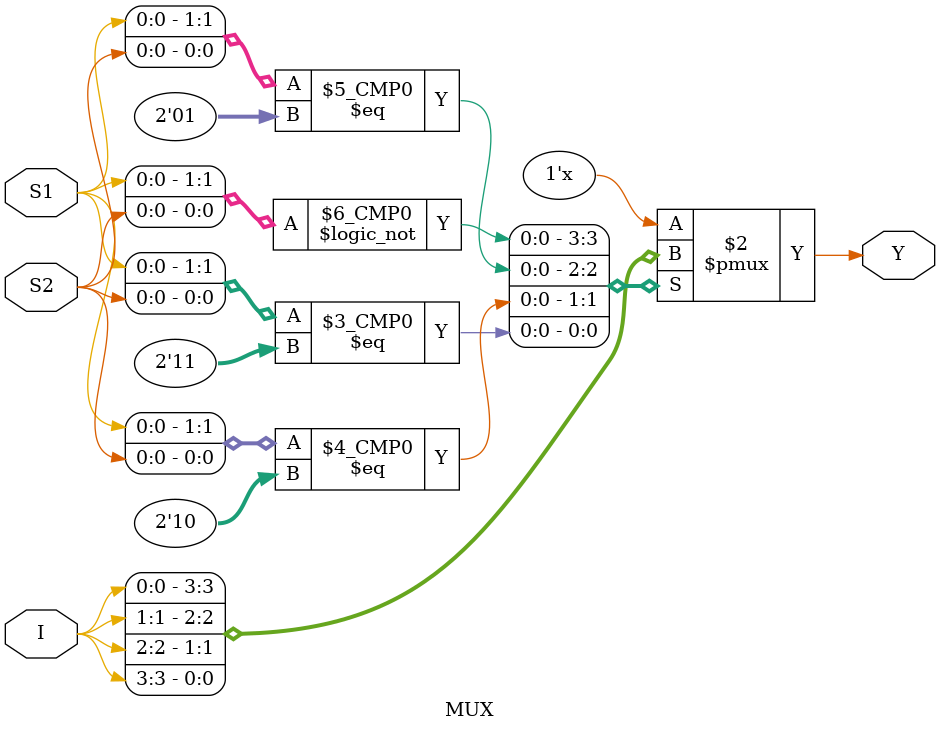
<source format=v>
`timescale 1ns / 1ps


module MUX(Y,I,S1,S2);
input [3:0]I;
input S1,S2;
output reg Y;
always@(*)
begin
case({S1,S2})
2'b00: Y<=I[0];
2'b01: Y<=I[1];
2'b10: Y<=I[2];
2'b11: Y<=I[3];
endcase
end
endmodule

</source>
